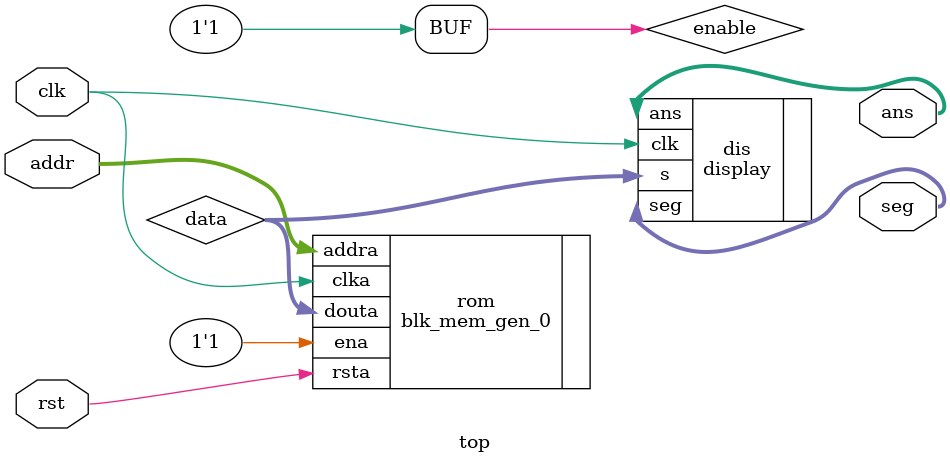
<source format=v>
`timescale 1ns / 1ps


module top(
	input[31:0] addr,
	input clk, rst,
	output [7:0] ans,
	output [6:0] seg
    );
	wire enable = 1'b1;
	wire [31:0] data;
	blk_mem_gen_0 rom(.addra(addr),.ena(enable),.rsta(rst),.clka(clk),.douta(data));
	display dis(.clk(clk),.ans(ans),.seg(seg),.s(data));
endmodule

</source>
